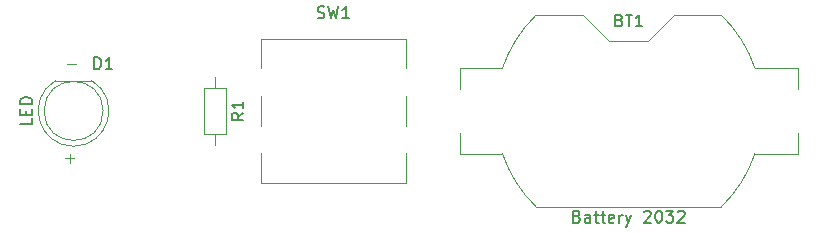
<source format=gto>
%TF.GenerationSoftware,KiCad,Pcbnew,9.0.2*%
%TF.CreationDate,2025-06-10T04:14:27+06:00*%
%TF.ProjectId,project_1_led torch,70726f6a-6563-4745-9f31-5f6c65642074,1*%
%TF.SameCoordinates,Original*%
%TF.FileFunction,Legend,Top*%
%TF.FilePolarity,Positive*%
%FSLAX46Y46*%
G04 Gerber Fmt 4.6, Leading zero omitted, Abs format (unit mm)*
G04 Created by KiCad (PCBNEW 9.0.2) date 2025-06-10 04:14:27*
%MOMM*%
%LPD*%
G01*
G04 APERTURE LIST*
%ADD10C,0.100000*%
%ADD11C,0.150000*%
%ADD12C,0.120000*%
G04 APERTURE END LIST*
D10*
X63196115Y-92008533D02*
X62434211Y-92008533D01*
X62303884Y-99991466D02*
X63065789Y-99991466D01*
X62684836Y-100372419D02*
X62684836Y-99610514D01*
D11*
X109214285Y-88311009D02*
X109357142Y-88358628D01*
X109357142Y-88358628D02*
X109404761Y-88406247D01*
X109404761Y-88406247D02*
X109452380Y-88501485D01*
X109452380Y-88501485D02*
X109452380Y-88644342D01*
X109452380Y-88644342D02*
X109404761Y-88739580D01*
X109404761Y-88739580D02*
X109357142Y-88787200D01*
X109357142Y-88787200D02*
X109261904Y-88834819D01*
X109261904Y-88834819D02*
X108880952Y-88834819D01*
X108880952Y-88834819D02*
X108880952Y-87834819D01*
X108880952Y-87834819D02*
X109214285Y-87834819D01*
X109214285Y-87834819D02*
X109309523Y-87882438D01*
X109309523Y-87882438D02*
X109357142Y-87930057D01*
X109357142Y-87930057D02*
X109404761Y-88025295D01*
X109404761Y-88025295D02*
X109404761Y-88120533D01*
X109404761Y-88120533D02*
X109357142Y-88215771D01*
X109357142Y-88215771D02*
X109309523Y-88263390D01*
X109309523Y-88263390D02*
X109214285Y-88311009D01*
X109214285Y-88311009D02*
X108880952Y-88311009D01*
X109738095Y-87834819D02*
X110309523Y-87834819D01*
X110023809Y-88834819D02*
X110023809Y-87834819D01*
X111166666Y-88834819D02*
X110595238Y-88834819D01*
X110880952Y-88834819D02*
X110880952Y-87834819D01*
X110880952Y-87834819D02*
X110785714Y-87977676D01*
X110785714Y-87977676D02*
X110690476Y-88072914D01*
X110690476Y-88072914D02*
X110595238Y-88120533D01*
X105642856Y-104931009D02*
X105785713Y-104978628D01*
X105785713Y-104978628D02*
X105833332Y-105026247D01*
X105833332Y-105026247D02*
X105880951Y-105121485D01*
X105880951Y-105121485D02*
X105880951Y-105264342D01*
X105880951Y-105264342D02*
X105833332Y-105359580D01*
X105833332Y-105359580D02*
X105785713Y-105407200D01*
X105785713Y-105407200D02*
X105690475Y-105454819D01*
X105690475Y-105454819D02*
X105309523Y-105454819D01*
X105309523Y-105454819D02*
X105309523Y-104454819D01*
X105309523Y-104454819D02*
X105642856Y-104454819D01*
X105642856Y-104454819D02*
X105738094Y-104502438D01*
X105738094Y-104502438D02*
X105785713Y-104550057D01*
X105785713Y-104550057D02*
X105833332Y-104645295D01*
X105833332Y-104645295D02*
X105833332Y-104740533D01*
X105833332Y-104740533D02*
X105785713Y-104835771D01*
X105785713Y-104835771D02*
X105738094Y-104883390D01*
X105738094Y-104883390D02*
X105642856Y-104931009D01*
X105642856Y-104931009D02*
X105309523Y-104931009D01*
X106738094Y-105454819D02*
X106738094Y-104931009D01*
X106738094Y-104931009D02*
X106690475Y-104835771D01*
X106690475Y-104835771D02*
X106595237Y-104788152D01*
X106595237Y-104788152D02*
X106404761Y-104788152D01*
X106404761Y-104788152D02*
X106309523Y-104835771D01*
X106738094Y-105407200D02*
X106642856Y-105454819D01*
X106642856Y-105454819D02*
X106404761Y-105454819D01*
X106404761Y-105454819D02*
X106309523Y-105407200D01*
X106309523Y-105407200D02*
X106261904Y-105311961D01*
X106261904Y-105311961D02*
X106261904Y-105216723D01*
X106261904Y-105216723D02*
X106309523Y-105121485D01*
X106309523Y-105121485D02*
X106404761Y-105073866D01*
X106404761Y-105073866D02*
X106642856Y-105073866D01*
X106642856Y-105073866D02*
X106738094Y-105026247D01*
X107071428Y-104788152D02*
X107452380Y-104788152D01*
X107214285Y-104454819D02*
X107214285Y-105311961D01*
X107214285Y-105311961D02*
X107261904Y-105407200D01*
X107261904Y-105407200D02*
X107357142Y-105454819D01*
X107357142Y-105454819D02*
X107452380Y-105454819D01*
X107642857Y-104788152D02*
X108023809Y-104788152D01*
X107785714Y-104454819D02*
X107785714Y-105311961D01*
X107785714Y-105311961D02*
X107833333Y-105407200D01*
X107833333Y-105407200D02*
X107928571Y-105454819D01*
X107928571Y-105454819D02*
X108023809Y-105454819D01*
X108738095Y-105407200D02*
X108642857Y-105454819D01*
X108642857Y-105454819D02*
X108452381Y-105454819D01*
X108452381Y-105454819D02*
X108357143Y-105407200D01*
X108357143Y-105407200D02*
X108309524Y-105311961D01*
X108309524Y-105311961D02*
X108309524Y-104931009D01*
X108309524Y-104931009D02*
X108357143Y-104835771D01*
X108357143Y-104835771D02*
X108452381Y-104788152D01*
X108452381Y-104788152D02*
X108642857Y-104788152D01*
X108642857Y-104788152D02*
X108738095Y-104835771D01*
X108738095Y-104835771D02*
X108785714Y-104931009D01*
X108785714Y-104931009D02*
X108785714Y-105026247D01*
X108785714Y-105026247D02*
X108309524Y-105121485D01*
X109214286Y-105454819D02*
X109214286Y-104788152D01*
X109214286Y-104978628D02*
X109261905Y-104883390D01*
X109261905Y-104883390D02*
X109309524Y-104835771D01*
X109309524Y-104835771D02*
X109404762Y-104788152D01*
X109404762Y-104788152D02*
X109500000Y-104788152D01*
X109738096Y-104788152D02*
X109976191Y-105454819D01*
X110214286Y-104788152D02*
X109976191Y-105454819D01*
X109976191Y-105454819D02*
X109880953Y-105692914D01*
X109880953Y-105692914D02*
X109833334Y-105740533D01*
X109833334Y-105740533D02*
X109738096Y-105788152D01*
X111309525Y-104550057D02*
X111357144Y-104502438D01*
X111357144Y-104502438D02*
X111452382Y-104454819D01*
X111452382Y-104454819D02*
X111690477Y-104454819D01*
X111690477Y-104454819D02*
X111785715Y-104502438D01*
X111785715Y-104502438D02*
X111833334Y-104550057D01*
X111833334Y-104550057D02*
X111880953Y-104645295D01*
X111880953Y-104645295D02*
X111880953Y-104740533D01*
X111880953Y-104740533D02*
X111833334Y-104883390D01*
X111833334Y-104883390D02*
X111261906Y-105454819D01*
X111261906Y-105454819D02*
X111880953Y-105454819D01*
X112500001Y-104454819D02*
X112595239Y-104454819D01*
X112595239Y-104454819D02*
X112690477Y-104502438D01*
X112690477Y-104502438D02*
X112738096Y-104550057D01*
X112738096Y-104550057D02*
X112785715Y-104645295D01*
X112785715Y-104645295D02*
X112833334Y-104835771D01*
X112833334Y-104835771D02*
X112833334Y-105073866D01*
X112833334Y-105073866D02*
X112785715Y-105264342D01*
X112785715Y-105264342D02*
X112738096Y-105359580D01*
X112738096Y-105359580D02*
X112690477Y-105407200D01*
X112690477Y-105407200D02*
X112595239Y-105454819D01*
X112595239Y-105454819D02*
X112500001Y-105454819D01*
X112500001Y-105454819D02*
X112404763Y-105407200D01*
X112404763Y-105407200D02*
X112357144Y-105359580D01*
X112357144Y-105359580D02*
X112309525Y-105264342D01*
X112309525Y-105264342D02*
X112261906Y-105073866D01*
X112261906Y-105073866D02*
X112261906Y-104835771D01*
X112261906Y-104835771D02*
X112309525Y-104645295D01*
X112309525Y-104645295D02*
X112357144Y-104550057D01*
X112357144Y-104550057D02*
X112404763Y-104502438D01*
X112404763Y-104502438D02*
X112500001Y-104454819D01*
X113166668Y-104454819D02*
X113785715Y-104454819D01*
X113785715Y-104454819D02*
X113452382Y-104835771D01*
X113452382Y-104835771D02*
X113595239Y-104835771D01*
X113595239Y-104835771D02*
X113690477Y-104883390D01*
X113690477Y-104883390D02*
X113738096Y-104931009D01*
X113738096Y-104931009D02*
X113785715Y-105026247D01*
X113785715Y-105026247D02*
X113785715Y-105264342D01*
X113785715Y-105264342D02*
X113738096Y-105359580D01*
X113738096Y-105359580D02*
X113690477Y-105407200D01*
X113690477Y-105407200D02*
X113595239Y-105454819D01*
X113595239Y-105454819D02*
X113309525Y-105454819D01*
X113309525Y-105454819D02*
X113214287Y-105407200D01*
X113214287Y-105407200D02*
X113166668Y-105359580D01*
X114166668Y-104550057D02*
X114214287Y-104502438D01*
X114214287Y-104502438D02*
X114309525Y-104454819D01*
X114309525Y-104454819D02*
X114547620Y-104454819D01*
X114547620Y-104454819D02*
X114642858Y-104502438D01*
X114642858Y-104502438D02*
X114690477Y-104550057D01*
X114690477Y-104550057D02*
X114738096Y-104645295D01*
X114738096Y-104645295D02*
X114738096Y-104740533D01*
X114738096Y-104740533D02*
X114690477Y-104883390D01*
X114690477Y-104883390D02*
X114119049Y-105454819D01*
X114119049Y-105454819D02*
X114738096Y-105454819D01*
X64761905Y-92454819D02*
X64761905Y-91454819D01*
X64761905Y-91454819D02*
X65000000Y-91454819D01*
X65000000Y-91454819D02*
X65142857Y-91502438D01*
X65142857Y-91502438D02*
X65238095Y-91597676D01*
X65238095Y-91597676D02*
X65285714Y-91692914D01*
X65285714Y-91692914D02*
X65333333Y-91883390D01*
X65333333Y-91883390D02*
X65333333Y-92026247D01*
X65333333Y-92026247D02*
X65285714Y-92216723D01*
X65285714Y-92216723D02*
X65238095Y-92311961D01*
X65238095Y-92311961D02*
X65142857Y-92407200D01*
X65142857Y-92407200D02*
X65000000Y-92454819D01*
X65000000Y-92454819D02*
X64761905Y-92454819D01*
X66285714Y-92454819D02*
X65714286Y-92454819D01*
X66000000Y-92454819D02*
X66000000Y-91454819D01*
X66000000Y-91454819D02*
X65904762Y-91597676D01*
X65904762Y-91597676D02*
X65809524Y-91692914D01*
X65809524Y-91692914D02*
X65714286Y-91740533D01*
X59494819Y-96637857D02*
X59494819Y-97114047D01*
X59494819Y-97114047D02*
X58494819Y-97114047D01*
X58971009Y-96304523D02*
X58971009Y-95971190D01*
X59494819Y-95828333D02*
X59494819Y-96304523D01*
X59494819Y-96304523D02*
X58494819Y-96304523D01*
X58494819Y-96304523D02*
X58494819Y-95828333D01*
X59494819Y-95399761D02*
X58494819Y-95399761D01*
X58494819Y-95399761D02*
X58494819Y-95161666D01*
X58494819Y-95161666D02*
X58542438Y-95018809D01*
X58542438Y-95018809D02*
X58637676Y-94923571D01*
X58637676Y-94923571D02*
X58732914Y-94875952D01*
X58732914Y-94875952D02*
X58923390Y-94828333D01*
X58923390Y-94828333D02*
X59066247Y-94828333D01*
X59066247Y-94828333D02*
X59256723Y-94875952D01*
X59256723Y-94875952D02*
X59351961Y-94923571D01*
X59351961Y-94923571D02*
X59447200Y-95018809D01*
X59447200Y-95018809D02*
X59494819Y-95161666D01*
X59494819Y-95161666D02*
X59494819Y-95399761D01*
X83666667Y-88107200D02*
X83809524Y-88154819D01*
X83809524Y-88154819D02*
X84047619Y-88154819D01*
X84047619Y-88154819D02*
X84142857Y-88107200D01*
X84142857Y-88107200D02*
X84190476Y-88059580D01*
X84190476Y-88059580D02*
X84238095Y-87964342D01*
X84238095Y-87964342D02*
X84238095Y-87869104D01*
X84238095Y-87869104D02*
X84190476Y-87773866D01*
X84190476Y-87773866D02*
X84142857Y-87726247D01*
X84142857Y-87726247D02*
X84047619Y-87678628D01*
X84047619Y-87678628D02*
X83857143Y-87631009D01*
X83857143Y-87631009D02*
X83761905Y-87583390D01*
X83761905Y-87583390D02*
X83714286Y-87535771D01*
X83714286Y-87535771D02*
X83666667Y-87440533D01*
X83666667Y-87440533D02*
X83666667Y-87345295D01*
X83666667Y-87345295D02*
X83714286Y-87250057D01*
X83714286Y-87250057D02*
X83761905Y-87202438D01*
X83761905Y-87202438D02*
X83857143Y-87154819D01*
X83857143Y-87154819D02*
X84095238Y-87154819D01*
X84095238Y-87154819D02*
X84238095Y-87202438D01*
X84571429Y-87154819D02*
X84809524Y-88154819D01*
X84809524Y-88154819D02*
X85000000Y-87440533D01*
X85000000Y-87440533D02*
X85190476Y-88154819D01*
X85190476Y-88154819D02*
X85428572Y-87154819D01*
X86333333Y-88154819D02*
X85761905Y-88154819D01*
X86047619Y-88154819D02*
X86047619Y-87154819D01*
X86047619Y-87154819D02*
X85952381Y-87297676D01*
X85952381Y-87297676D02*
X85857143Y-87392914D01*
X85857143Y-87392914D02*
X85761905Y-87440533D01*
X77374819Y-96166666D02*
X76898628Y-96499999D01*
X77374819Y-96738094D02*
X76374819Y-96738094D01*
X76374819Y-96738094D02*
X76374819Y-96357142D01*
X76374819Y-96357142D02*
X76422438Y-96261904D01*
X76422438Y-96261904D02*
X76470057Y-96214285D01*
X76470057Y-96214285D02*
X76565295Y-96166666D01*
X76565295Y-96166666D02*
X76708152Y-96166666D01*
X76708152Y-96166666D02*
X76803390Y-96214285D01*
X76803390Y-96214285D02*
X76851009Y-96261904D01*
X76851009Y-96261904D02*
X76898628Y-96357142D01*
X76898628Y-96357142D02*
X76898628Y-96738094D01*
X77374819Y-95214285D02*
X77374819Y-95785713D01*
X77374819Y-95499999D02*
X76374819Y-95499999D01*
X76374819Y-95499999D02*
X76517676Y-95595237D01*
X76517676Y-95595237D02*
X76612914Y-95690475D01*
X76612914Y-95690475D02*
X76660533Y-95785713D01*
D12*
%TO.C,BT1*%
X124310000Y-99610000D02*
X120692000Y-99610000D01*
X124310000Y-97900000D02*
X124310000Y-99610000D01*
X124310000Y-94100000D02*
X124310000Y-92390000D01*
X120692000Y-92390000D02*
X124310000Y-92390000D01*
X117847300Y-104110000D02*
X102152700Y-104110000D01*
X113860000Y-87890000D02*
X117847300Y-87890000D01*
X111660000Y-90090000D02*
X113860000Y-87890000D01*
X108340000Y-90090000D02*
X111660000Y-90090000D01*
X108340000Y-90090000D02*
X106140000Y-87890000D01*
X102152700Y-87890000D02*
X106140000Y-87890000D01*
X99308000Y-99610000D02*
X95690000Y-99610000D01*
X95690000Y-97900000D02*
X95690000Y-99610000D01*
X95690000Y-94100000D02*
X95690000Y-92390000D01*
X95690000Y-92390000D02*
X99308000Y-92390000D01*
X120692000Y-99610000D02*
G75*
G02*
X117845372Y-104111790I-10692020J3610010D01*
G01*
X117845371Y-87888211D02*
G75*
G02*
X120692000Y-92390000I-7845366J-8111785D01*
G01*
X102154629Y-104111789D02*
G75*
G02*
X99308000Y-99610000I7845371J8111789D01*
G01*
X99308000Y-92390000D02*
G75*
G02*
X102154629Y-87888211I10692020J-3610012D01*
G01*
%TO.C,D1*%
X64545000Y-93435000D02*
X61455000Y-93435000D01*
X64544830Y-93435000D02*
G75*
G02*
X63000000Y-98985000I-1544830J-2560000D01*
G01*
X63000000Y-98985000D02*
G75*
G02*
X61455170Y-93435000I0J2990000D01*
G01*
X65500000Y-95995000D02*
G75*
G02*
X60500000Y-95995000I-2500000J0D01*
G01*
X60500000Y-95995000D02*
G75*
G02*
X65500000Y-95995000I2500000J0D01*
G01*
%TO.C,SW1*%
X78890000Y-89890000D02*
X78890000Y-92400000D01*
X78890000Y-89890000D02*
X91110000Y-89890000D01*
X78890000Y-94700000D02*
X78890000Y-97300000D01*
X78890000Y-99600000D02*
X78890000Y-102110000D01*
X91110000Y-89890000D02*
X91110000Y-92400000D01*
X91110000Y-94700000D02*
X91110000Y-97300000D01*
X91110000Y-99600000D02*
X91110000Y-102110000D01*
X91110000Y-102110000D02*
X78890000Y-102110000D01*
%TO.C,R1*%
X75000000Y-93130000D02*
X75000000Y-94080000D01*
X75000000Y-98870000D02*
X75000000Y-97920000D01*
X75920000Y-94080000D02*
X74080000Y-94080000D01*
X74080000Y-97920000D01*
X75920000Y-97920000D01*
X75920000Y-94080000D01*
%TD*%
M02*

</source>
